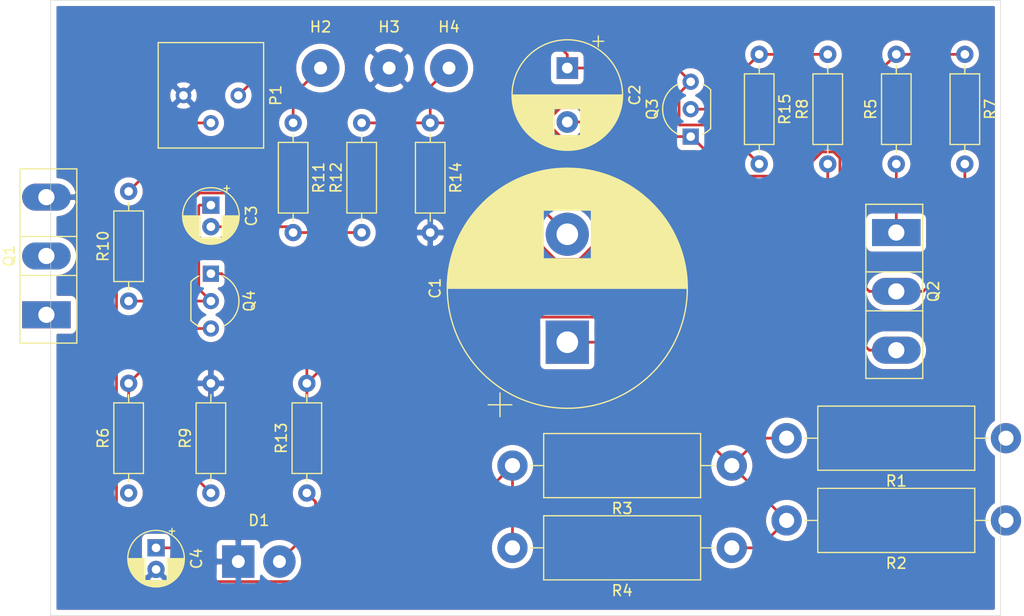
<source format=kicad_pcb>
(kicad_pcb (version 20171130) (host pcbnew 5.1.5+dfsg1-2build2)
  (layers (0 F.Cu signal) (31 B.Cu signal) (34 B.Paste user) (35 F.Paste user) (36 B.SilkS user) (37 F.SilkS user) (38 B.Mask user) (39 F.Mask user) (44 Edge.Cuts user))
  (net 0 "")
  (net 1 "Net-(C2-Pad1)")
  (net 2 "Net-(Q1-Pad1)")
  (net 3 "Net-(Q2-Pad3)")
  (net 4 "Net-(Q2-Pad1)")
  (net 5 "Net-(C2-Pad2)")
  (net 6 "Net-(Q3-Pad2)")
  (net 7 "Net-(P1-Pad2)")
  (net 8 "Net-(Q4-Pad3)")
  (net 9 "Net-(C3-Pad1)")
  (net 10 "Net-(D1-Pad2)")
  (net 11 "Net-(C4-Pad1)")
  (net 12 "Net-(H2-Pad1)")
  (net 13 "Net-(C1-Pad2)")
  (net 14 "Net-(C3-Pad2)")
  (net 15 "Net-(C1-Pad1)")
  (net 16 GND)
  (module Resistor_THT:R_Axial_DIN0614_L14.3mm_D5.7mm_P20.32mm_Horizontal (layer F.Cu) (at 167.1 121.73 180)
    (fp_text reference R4 (at 10.16 -3.97) (layer F.SilkS))
    (fp_text value ".68 3W")
    (pad 2 thru_hole oval (at 20.32 0 180) (size 2.8 2.8) (drill 1.4) (layers *.Cu *.Mask) (net 1 "Net-(C2-Pad1)"))
    (pad 1 thru_hole circle (at 0 0 180) (size 2.8 2.8) (drill 1.4) (layers *.Cu *.Mask) (net 15 "Net-(C1-Pad1)"))
  )
  (module Resistor_THT:R_Axial_DIN0614_L14.3mm_D5.7mm_P20.32mm_Horizontal (layer F.Cu) (at 167.1 114.11 180)
    (fp_text reference R3 (at 10.16 -3.97) (layer F.SilkS))
    (fp_text value ".68 3W")
    (pad 2 thru_hole oval (at 20.32 0 180) (size 2.8 2.8) (drill 1.4) (layers *.Cu *.Mask) (net 1 "Net-(C2-Pad1)"))
    (pad 1 thru_hole circle (at 0 0 180) (size 2.8 2.8) (drill 1.4) (layers *.Cu *.Mask) (net 15 "Net-(C1-Pad1)"))
  )
  (module Resistor_THT:R_Axial_DIN0614_L14.3mm_D5.7mm_P20.32mm_Horizontal (layer F.Cu) (at 192.5 119.19 180)
    (fp_text reference R2 (at 10.16 -3.97) (layer F.SilkS))
    (fp_text value ".47 3W")
    (pad 2 thru_hole oval (at 20.32 0 180) (size 2.8 2.8) (drill 1.4) (layers *.Cu *.Mask) (net 15 "Net-(C1-Pad1)"))
    (pad 1 thru_hole circle (at 0 0 180) (size 2.8 2.8) (drill 1.4) (layers *.Cu *.Mask) (net 3 "Net-(Q2-Pad3)"))
  )
  (module Resistor_THT:R_Axial_DIN0614_L14.3mm_D5.7mm_P20.32mm_Horizontal (layer F.Cu) (at 192.5 111.57 180)
    (fp_text reference R1 (at 10.16 -3.97) (layer F.SilkS))
    (fp_text value ".47 3W")
    (pad 2 thru_hole oval (at 20.32 0 180) (size 2.8 2.8) (drill 1.4) (layers *.Cu *.Mask) (net 15 "Net-(C1-Pad1)"))
    (pad 1 thru_hole circle (at 0 0 180) (size 2.8 2.8) (drill 1.4) (layers *.Cu *.Mask) (net 3 "Net-(Q2-Pad3)"))
  )
  (module Capacitor_THT:CP_Radial_D5.0mm_P2.00mm (layer F.Cu) (at 113.76 121.73 270)
    (fp_text reference C4 (at 1 -3.75 90) (layer F.SilkS))
    (fp_text value 10)
    (pad 2 thru_hole circle (at 2 0 270) (size 1.6 1.6) (drill 0.8) (layers *.Cu *.Mask) (net 16 GND))
    (pad 1 thru_hole rect (at 0 0 270) (size 1.6 1.6) (drill 0.8) (layers *.Cu *.Mask) (net 11 "Net-(C4-Pad1)"))
  )
  (module Capacitor_THT:CP_Radial_D5.0mm_P2.00mm (layer F.Cu) (at 118.84 89.98 270)
    (fp_text reference C3 (at 1 -3.75 90) (layer F.SilkS))
    (fp_text value 10)
    (pad 2 thru_hole circle (at 2 0 270) (size 1.6 1.6) (drill 0.8) (layers *.Cu *.Mask) (net 14 "Net-(C3-Pad2)"))
    (pad 1 thru_hole rect (at 0 0 270) (size 1.6 1.6) (drill 0.8) (layers *.Cu *.Mask) (net 9 "Net-(C3-Pad1)"))
  )
  (module Capacitor_THT:CP_Radial_D10.0mm_P5.00mm (layer F.Cu) (at 151.86 77.28 270)
    (fp_text reference C2 (at 2.5 -6.25 90) (layer F.SilkS))
    (fp_text value 1000)
    (pad 2 thru_hole circle (at 5 0 270) (size 2 2) (drill 1) (layers *.Cu *.Mask) (net 5 "Net-(C2-Pad2)"))
    (pad 1 thru_hole rect (at 0 0 270) (size 2 2) (drill 1) (layers *.Cu *.Mask) (net 1 "Net-(C2-Pad1)"))
  )
  (module Capacitor_THT:CP_Radial_D22.0mm_P10.00mm_SnapIn (layer F.Cu) (at 151.86 102.68 90)
    (fp_text reference C1 (at 5 -12.25 90) (layer F.SilkS))
    (fp_text value 3300)
    (pad 2 thru_hole circle (at 10 0 90) (size 4 4) (drill 2) (layers *.Cu *.Mask) (net 13 "Net-(C1-Pad2)"))
    (pad 1 thru_hole rect (at 0 0 90) (size 4 4) (drill 2) (layers *.Cu *.Mask) (net 15 "Net-(C1-Pad1)"))
  )
  (module Resistor_THT:R_Axial_DIN0207_L6.3mm_D2.5mm_P10.16mm_Horizontal (layer F.Cu) (at 169.64 76.01 270)
    (fp_text reference R15 (at 5.08 -2.37 90) (layer F.SilkS))
    (fp_text value 2.21K)
    (pad 2 thru_hole oval (at 10.16 0 270) (size 1.6 1.6) (drill 0.8) (layers *.Cu *.Mask) (net 1 "Net-(C2-Pad1)"))
    (pad 1 thru_hole circle (at 0 0 270) (size 1.6 1.6) (drill 0.8) (layers *.Cu *.Mask) (net 6 "Net-(Q3-Pad2)"))
  )
  (module Resistor_THT:R_Axial_DIN0207_L6.3mm_D2.5mm_P10.16mm_Horizontal (layer F.Cu) (at 139.16 82.36 270)
    (fp_text reference R14 (at 5.08 -2.37 90) (layer F.SilkS))
    (fp_text value 1000)
    (pad 2 thru_hole oval (at 10.16 0 270) (size 1.6 1.6) (drill 0.8) (layers *.Cu *.Mask) (net 16 GND))
    (pad 1 thru_hole circle (at 0 0 270) (size 1.6 1.6) (drill 0.8) (layers *.Cu *.Mask) (net 13 "Net-(C1-Pad2)"))
  )
  (module Resistor_THT:R_Axial_DIN0207_L6.3mm_D2.5mm_P10.16mm_Horizontal (layer F.Cu) (at 127.73 116.65 90)
    (fp_text reference R13 (at 5.08 -2.37 90) (layer F.SilkS))
    (fp_text value 10K)
    (pad 2 thru_hole oval (at 10.16 0 90) (size 1.6 1.6) (drill 0.8) (layers *.Cu *.Mask) (net 11 "Net-(C4-Pad1)"))
    (pad 1 thru_hole circle (at 0 0 90) (size 1.6 1.6) (drill 0.8) (layers *.Cu *.Mask) (net 10 "Net-(D1-Pad2)"))
  )
  (module Resistor_THT:R_Axial_DIN0207_L6.3mm_D2.5mm_P10.16mm_Horizontal (layer F.Cu) (at 132.81 92.52 90)
    (fp_text reference R12 (at 5.08 -2.37 90) (layer F.SilkS))
    (fp_text value 39.2K)
    (pad 2 thru_hole oval (at 10.16 0 90) (size 1.6 1.6) (drill 0.8) (layers *.Cu *.Mask) (net 13 "Net-(C1-Pad2)"))
    (pad 1 thru_hole circle (at 0 0 90) (size 1.6 1.6) (drill 0.8) (layers *.Cu *.Mask) (net 14 "Net-(C3-Pad2)"))
  )
  (module Resistor_THT:R_Axial_DIN0207_L6.3mm_D2.5mm_P10.16mm_Horizontal (layer F.Cu) (at 126.46 82.36 270)
    (fp_text reference R11 (at 5.08 -2.37 90) (layer F.SilkS))
    (fp_text value 10K)
    (pad 2 thru_hole oval (at 10.16 0 270) (size 1.6 1.6) (drill 0.8) (layers *.Cu *.Mask) (net 14 "Net-(C3-Pad2)"))
    (pad 1 thru_hole circle (at 0 0 270) (size 1.6 1.6) (drill 0.8) (layers *.Cu *.Mask) (net 12 "Net-(H2-Pad1)"))
  )
  (module Resistor_THT:R_Axial_DIN0207_L6.3mm_D2.5mm_P10.16mm_Horizontal (layer F.Cu) (at 111.22 98.87 90)
    (fp_text reference R10 (at 5.08 -2.37 90) (layer F.SilkS))
    (fp_text value 332K)
    (pad 2 thru_hole oval (at 10.16 0 90) (size 1.6 1.6) (drill 0.8) (layers *.Cu *.Mask) (net 7 "Net-(P1-Pad2)"))
    (pad 1 thru_hole circle (at 0 0 90) (size 1.6 1.6) (drill 0.8) (layers *.Cu *.Mask) (net 9 "Net-(C3-Pad1)"))
  )
  (module Resistor_THT:R_Axial_DIN0207_L6.3mm_D2.5mm_P10.16mm_Horizontal (layer F.Cu) (at 118.84 116.65 90)
    (fp_text reference R9 (at 5.08 -2.37 90) (layer F.SilkS))
    (fp_text value 1K)
    (pad 2 thru_hole oval (at 10.16 0 90) (size 1.6 1.6) (drill 0.8) (layers *.Cu *.Mask) (net 16 GND))
    (pad 1 thru_hole circle (at 0 0 90) (size 1.6 1.6) (drill 0.8) (layers *.Cu *.Mask) (net 8 "Net-(Q4-Pad3)"))
  )
  (module Resistor_THT:R_Axial_DIN0207_L6.3mm_D2.5mm_P10.16mm_Horizontal (layer F.Cu) (at 175.99 86.17 90)
    (fp_text reference R8 (at 5.08 -2.37 90) (layer F.SilkS))
    (fp_text value 1K)
    (pad 2 thru_hole oval (at 10.16 0 90) (size 1.6 1.6) (drill 0.8) (layers *.Cu *.Mask) (net 6 "Net-(Q3-Pad2)"))
    (pad 1 thru_hole circle (at 0 0 90) (size 1.6 1.6) (drill 0.8) (layers *.Cu *.Mask) (net 3 "Net-(Q2-Pad3)"))
  )
  (module Resistor_THT:R_Axial_DIN0207_L6.3mm_D2.5mm_P10.16mm_Horizontal (layer F.Cu) (at 188.69 76.01 270)
    (fp_text reference R7 (at 5.08 -2.37 90) (layer F.SilkS))
    (fp_text value 10K)
    (pad 2 thru_hole oval (at 10.16 0 270) (size 1.6 1.6) (drill 0.8) (layers *.Cu *.Mask) (net 11 "Net-(C4-Pad1)"))
    (pad 1 thru_hole circle (at 0 0 270) (size 1.6 1.6) (drill 0.8) (layers *.Cu *.Mask) (net 5 "Net-(C2-Pad2)"))
  )
  (module Resistor_THT:R_Axial_DIN0207_L6.3mm_D2.5mm_P10.16mm_Horizontal (layer F.Cu) (at 111.22 116.65 90)
    (fp_text reference R6 (at 5.08 -2.37 90) (layer F.SilkS))
    (fp_text value 100)
    (pad 2 thru_hole oval (at 10.16 0 90) (size 1.6 1.6) (drill 0.8) (layers *.Cu *.Mask) (net 8 "Net-(Q4-Pad3)"))
    (pad 1 thru_hole circle (at 0 0 90) (size 1.6 1.6) (drill 0.8) (layers *.Cu *.Mask) (net 2 "Net-(Q1-Pad1)"))
  )
  (module Resistor_THT:R_Axial_DIN0207_L6.3mm_D2.5mm_P10.16mm_Horizontal (layer F.Cu) (at 182.34 86.17 90)
    (fp_text reference R5 (at 5.08 -2.37 90) (layer F.SilkS))
    (fp_text value 100)
    (pad 2 thru_hole oval (at 10.16 0 90) (size 1.6 1.6) (drill 0.8) (layers *.Cu *.Mask) (net 5 "Net-(C2-Pad2)"))
    (pad 1 thru_hole circle (at 0 0 90) (size 1.6 1.6) (drill 0.8) (layers *.Cu *.Mask) (net 4 "Net-(Q2-Pad1)"))
  )
  (module Connector_Wire:SolderWirePad_1x01_Drill1.2mm (layer F.Cu) (at 140.9 77.28)
    (fp_text reference H4 (at 0 -3.81) (layer F.SilkS))
    (fp_text value -OUT)
    (pad 1 thru_hole circle (at 0 0) (size 3.50012 3.50012) (drill 1.19888) (layers *.Cu *.Mask) (net 13 "Net-(C1-Pad2)"))
  )
  (module Connector_Wire:SolderWirePad_1x01_Drill1.2mm (layer F.Cu) (at 135.35 77.28)
    (fp_text reference H3 (at 0 -3.81) (layer F.SilkS))
    (fp_text value +OUT)
    (pad 1 thru_hole circle (at 0 0) (size 3.50012 3.50012) (drill 1.19888) (layers *.Cu *.Mask) (net 16 GND))
  )
  (module Connector_Wire:SolderWirePad_1x01_Drill1.2mm (layer F.Cu) (at 129 77.28)
    (fp_text reference H2 (at 0 -3.81) (layer F.SilkS))
    (fp_text value LINE_IN)
    (pad 1 thru_hole circle (at 0 0) (size 3.50012 3.50012) (drill 1.19888) (layers *.Cu *.Mask) (net 12 "Net-(H2-Pad1)"))
  )
  (module Connector_Wire:SolderWirePad_1x02_P3.81mm_Drill1.2mm (layer F.Cu) (at 121.38 123)
    (fp_text reference D1 (at 1.905 -3.81) (layer F.SilkS))
    (fp_text value LED)
    (pad 2 thru_hole circle (at 3.81 0) (size 2.99974 2.99974) (drill 1.19888) (layers *.Cu *.Mask) (net 10 "Net-(D1-Pad2)"))
    (pad 1 thru_hole rect (at 0 0) (size 2.99974 2.99974) (drill 1.19888) (layers *.Cu *.Mask) (net 16 GND))
  )
  (module Package_TO_SOT_THT:TO-92_Inline_Wide (layer F.Cu) (at 118.84 96.33 270)
    (fp_text reference Q4 (at 2.54 -3.56 90) (layer F.SilkS))
    (fp_text value LSK170)
    (pad 1 thru_hole rect (at 0 0) (size 1.5 1.5) (drill 0.8) (layers *.Cu *.Mask) (net 11 "Net-(C4-Pad1)"))
    (pad 3 thru_hole circle (at 5.08 0) (size 1.5 1.5) (drill 0.8) (layers *.Cu *.Mask) (net 8 "Net-(Q4-Pad3)"))
    (pad 2 thru_hole circle (at 2.54 0) (size 1.5 1.5) (drill 0.8) (layers *.Cu *.Mask) (net 9 "Net-(C3-Pad1)"))
  )
  (module Package_TO_SOT_THT:TO-92_Inline_Wide (layer F.Cu) (at 163.29 83.63 90)
    (fp_text reference Q3 (at 2.54 -3.56 90) (layer F.SilkS))
    (fp_text value ZTX450)
    (pad 1 thru_hole rect (at 0 0 180) (size 1.5 1.5) (drill 0.8) (layers *.Cu *.Mask) (net 5 "Net-(C2-Pad2)"))
    (pad 3 thru_hole circle (at 5.08 0 180) (size 1.5 1.5) (drill 0.8) (layers *.Cu *.Mask) (net 1 "Net-(C2-Pad1)"))
    (pad 2 thru_hole circle (at 2.54 0 180) (size 1.5 1.5) (drill 0.8) (layers *.Cu *.Mask) (net 6 "Net-(Q3-Pad2)"))
  )
  (module Potentiometer_THT:Potentiometer_Bourns_3386P_Vertical (layer F.Cu) (at 116.3 79.82 270)
    (fp_text reference P1 (at -0.015 -8.555 90) (layer F.SilkS))
    (fp_text value 5K)
    (pad 1 thru_hole circle (at 0 0 270) (size 1.44 1.44) (drill 0.8) (layers *.Cu *.Mask) (net 16 GND))
    (pad 2 thru_hole circle (at 2.54 -2.54 270) (size 1.44 1.44) (drill 0.8) (layers *.Cu *.Mask) (net 7 "Net-(P1-Pad2)"))
    (pad 3 thru_hole circle (at 0 -5.08 270) (size 1.44 1.44) (drill 0.8) (layers *.Cu *.Mask) (net 1 "Net-(C2-Pad1)"))
  )
  (module Package_TO_SOT_THT:TO-247-3_Vertical (layer F.Cu) (at 182.34 92.52 270)
    (fp_text reference Q2 (at 5.45 -3.45 90) (layer F.SilkS))
    (fp_text value IRFP240)
    (pad 3 thru_hole oval (at 10.9 0 270) (size 2.5 4.5) (drill 1.5) (layers *.Cu *.Mask) (net 3 "Net-(Q2-Pad3)"))
    (pad 2 thru_hole oval (at 5.45 0 270) (size 2.5 4.5) (drill 1.5) (layers *.Cu *.Mask) (net 11 "Net-(C4-Pad1)"))
    (pad 1 thru_hole rect (at 0 0 270) (size 2.5 4.5) (drill 1.5) (layers *.Cu *.Mask) (net 4 "Net-(Q2-Pad1)"))
  )
  (module Package_TO_SOT_THT:TO-247-3_Vertical (layer F.Cu) (at 103.6 100.14 90)
    (fp_text reference Q1 (at 5.45 -3.45 90) (layer F.SilkS))
    (fp_text value IRFP240)
    (pad 3 thru_hole oval (at 10.9 0 90) (size 2.5 4.5) (drill 1.5) (layers *.Cu *.Mask) (net 16 GND))
    (pad 2 thru_hole oval (at 5.45 0 90) (size 2.5 4.5) (drill 1.5) (layers *.Cu *.Mask) (net 1 "Net-(C2-Pad1)"))
    (pad 1 thru_hole rect (at 0 0 90) (size 2.5 4.5) (drill 1.5) (layers *.Cu *.Mask) (net 2 "Net-(Q1-Pad1)"))
  )
  (gr_line (start 104 128) (end 104 71) (layer Edge.Cuts) (width 0.05))
  (gr_line (start 192 128) (end 104 128) (layer Edge.Cuts) (width 0.05))
  (gr_line (start 192 71) (end 192 128) (layer Edge.Cuts) (width 0.05))
  (gr_line (start 104 71) (end 192 71) (layer Edge.Cuts) (width 0.05))
  (segment (start 146.78 121.73) (end 146.78 114.11) (width 0.25) (layer F.Cu) (net 1))
  (segment (start 151.86 76.03) (end 148.83 73) (width 0.25) (layer F.Cu) (net 1))
  (segment (start 151.86 77.28) (end 151.86 76.03) (width 0.25) (layer F.Cu) (net 1))
  (segment (start 128.2 73) (end 121.38 79.82) (width 0.25) (layer F.Cu) (net 1))
  (segment (start 148.83 73) (end 128.2 73) (width 0.25) (layer F.Cu) (net 1))
  (segment (start 162.02 77.28) (end 163.29 78.55) (width 0.25) (layer F.Cu) (net 1))
  (segment (start 151.86 77.28) (end 162.02 77.28) (width 0.25) (layer F.Cu) (net 1))
  (segment (start 168.840001 85.370001) (end 169.64 86.17) (width 0.25) (layer F.Cu) (net 1))
  (segment (start 166.024999 82.554999) (end 168.840001 85.370001) (width 0.25) (layer F.Cu) (net 1))
  (segment (start 162.279999 82.554999) (end 166.024999 82.554999) (width 0.25) (layer F.Cu) (net 1))
  (segment (start 162.214999 82.489999) (end 162.279999 82.554999) (width 0.25) (layer F.Cu) (net 1))
  (segment (start 162.214999 79.625001) (end 162.214999 82.489999) (width 0.25) (layer F.Cu) (net 1))
  (segment (start 163.29 78.55) (end 162.214999 79.625001) (width 0.25) (layer F.Cu) (net 1))
  (segment (start 150.534999 81.643999) (end 151.223999 80.954999) (width 0.25) (layer F.Cu) (net 1))
  (segment (start 150.534999 82.916001) (end 150.534999 81.643999) (width 0.25) (layer F.Cu) (net 1))
  (segment (start 156.6 88.981002) (end 150.534999 82.916001) (width 0.25) (layer F.Cu) (net 1))
  (segment (start 151.223999 80.954999) (end 160.679999 80.954999) (width 0.25) (layer F.Cu) (net 1))
  (segment (start 156.6 91.381002) (end 156.6 88.981002) (width 0.25) (layer F.Cu) (net 1))
  (segment (start 152.976001 95.005001) (end 156.6 91.381002) (width 0.25) (layer F.Cu) (net 1))
  (segment (start 150.743999 95.005001) (end 152.976001 95.005001) (width 0.25) (layer F.Cu) (net 1))
  (segment (start 160.679999 80.954999) (end 162.279999 82.554999) (width 0.25) (layer F.Cu) (net 1))
  (segment (start 144.593997 88.854999) (end 150.743999 95.005001) (width 0.25) (layer F.Cu) (net 1))
  (segment (start 117.779999 88.854999) (end 144.593997 88.854999) (width 0.25) (layer F.Cu) (net 1))
  (segment (start 110.094999 96.539999) (end 117.779999 88.854999) (width 0.25) (layer F.Cu) (net 1))
  (segment (start 110.094999 121.730001) (end 110.094999 96.539999) (width 0.25) (layer F.Cu) (net 1))
  (segment (start 113.219999 124.855001) (end 110.094999 121.730001) (width 0.25) (layer F.Cu) (net 1))
  (segment (start 136.034999 124.855001) (end 113.219999 124.855001) (width 0.25) (layer F.Cu) (net 1))
  (segment (start 146.78 114.11) (end 136.034999 124.855001) (width 0.25) (layer F.Cu) (net 1))
  (segment (start 179.84 103.42) (end 182.34 103.42) (width 0.25) (layer F.Cu) (net 3))
  (segment (start 175.99 99.57) (end 179.84 103.42) (width 0.25) (layer F.Cu) (net 3))
  (segment (start 175.99 86.17) (end 175.99 99.57) (width 0.25) (layer F.Cu) (net 3))
  (segment (start 182.34 86.17) (end 182.34 92.52) (width 0.25) (layer F.Cu) (net 4))
  (segment (start 151.86 82.28) (end 157.28 82.28) (width 0.25) (layer F.Cu) (net 5))
  (segment (start 158.63 83.63) (end 163.29 83.63) (width 0.25) (layer F.Cu) (net 5))
  (segment (start 157.28 82.28) (end 158.63 83.63) (width 0.25) (layer F.Cu) (net 5))
  (segment (start 188.69 76.01) (end 182.34 76.01) (width 0.25) (layer F.Cu) (net 5))
  (segment (start 181.540001 76.809999) (end 182.34 76.01) (width 0.25) (layer F.Cu) (net 5))
  (segment (start 171.054999 87.295001) (end 181.540001 76.809999) (width 0.25) (layer F.Cu) (net 5))
  (segment (start 167.035001 87.295001) (end 171.054999 87.295001) (width 0.25) (layer F.Cu) (net 5))
  (segment (start 163.37 83.63) (end 167.035001 87.295001) (width 0.25) (layer F.Cu) (net 5))
  (segment (start 163.29 83.63) (end 163.37 83.63) (width 0.25) (layer F.Cu) (net 5))
  (segment (start 175.99 76.01) (end 169.64 76.01) (width 0.25) (layer F.Cu) (net 6))
  (segment (start 164.56 81.09) (end 163.29 81.09) (width 0.25) (layer F.Cu) (net 6))
  (segment (start 169.64 76.01) (end 164.56 81.09) (width 0.25) (layer F.Cu) (net 6))
  (segment (start 117.57 82.36) (end 118.84 82.36) (width 0.25) (layer F.Cu) (net 7))
  (segment (start 111.22 88.71) (end 117.57 82.36) (width 0.25) (layer F.Cu) (net 7))
  (segment (start 116.3 101.41) (end 111.22 106.49) (width 0.25) (layer F.Cu) (net 8))
  (segment (start 118.84 101.41) (end 116.3 101.41) (width 0.25) (layer F.Cu) (net 8))
  (segment (start 111.22 109.03) (end 118.84 116.65) (width 0.25) (layer F.Cu) (net 8))
  (segment (start 111.22 106.49) (end 111.22 109.03) (width 0.25) (layer F.Cu) (net 8))
  (segment (start 111.22 98.87) (end 118.84 98.87) (width 0.25) (layer F.Cu) (net 9))
  (segment (start 117.79 89.98) (end 118.84 89.98) (width 0.25) (layer F.Cu) (net 9))
  (segment (start 117.714999 90.055001) (end 117.79 89.98) (width 0.25) (layer F.Cu) (net 9))
  (segment (start 117.714999 97.744999) (end 117.714999 90.055001) (width 0.25) (layer F.Cu) (net 9))
  (segment (start 118.84 98.87) (end 117.714999 97.744999) (width 0.25) (layer F.Cu) (net 9))
  (segment (start 126.689869 121.500131) (end 125.19 123) (width 0.25) (layer F.Cu) (net 10))
  (segment (start 128.529999 119.660001) (end 126.689869 121.500131) (width 0.25) (layer F.Cu) (net 10))
  (segment (start 128.529999 117.449999) (end 128.529999 119.660001) (width 0.25) (layer F.Cu) (net 10))
  (segment (start 127.73 116.65) (end 128.529999 117.449999) (width 0.25) (layer F.Cu) (net 10))
  (segment (start 127.73 113.27) (end 127.73 106.49) (width 0.25) (layer F.Cu) (net 11))
  (segment (start 121 120) (end 127.73 113.27) (width 0.25) (layer F.Cu) (net 11))
  (segment (start 115.425002 121.73) (end 117.155002 120) (width 0.25) (layer F.Cu) (net 11))
  (segment (start 117.155002 120) (end 121 120) (width 0.25) (layer F.Cu) (net 11))
  (segment (start 113.76 121.73) (end 115.425002 121.73) (width 0.25) (layer F.Cu) (net 11))
  (segment (start 119.84 96.33) (end 118.84 96.33) (width 0.25) (layer F.Cu) (net 11))
  (segment (start 127.73 104.22) (end 119.84 96.33) (width 0.25) (layer F.Cu) (net 11))
  (segment (start 127.73 106.49) (end 127.73 104.22) (width 0.25) (layer F.Cu) (net 11))
  (segment (start 184.84 97.97) (end 182.34 97.97) (width 0.25) (layer F.Cu) (net 11))
  (segment (start 188.69 94.12) (end 184.84 97.97) (width 0.25) (layer F.Cu) (net 11))
  (segment (start 188.69 86.17) (end 188.69 94.12) (width 0.25) (layer F.Cu) (net 11))
  (segment (start 133.865001 100.354999) (end 128.529999 105.690001) (width 0.25) (layer F.Cu) (net 11))
  (segment (start 160.139999 100.354999) (end 133.865001 100.354999) (width 0.25) (layer F.Cu) (net 11))
  (segment (start 175.449999 85.044999) (end 160.139999 100.354999) (width 0.25) (layer F.Cu) (net 11))
  (segment (start 176.530001 85.044999) (end 175.449999 85.044999) (width 0.25) (layer F.Cu) (net 11))
  (segment (start 128.529999 105.690001) (end 127.73 106.49) (width 0.25) (layer F.Cu) (net 11))
  (segment (start 177.115001 85.629999) (end 176.530001 85.044999) (width 0.25) (layer F.Cu) (net 11))
  (segment (start 177.115001 95.245001) (end 177.115001 85.629999) (width 0.25) (layer F.Cu) (net 11))
  (segment (start 179.84 97.97) (end 177.115001 95.245001) (width 0.25) (layer F.Cu) (net 11))
  (segment (start 182.34 97.97) (end 179.84 97.97) (width 0.25) (layer F.Cu) (net 11))
  (segment (start 126.46 79.82) (end 129 77.28) (width 0.25) (layer F.Cu) (net 12))
  (segment (start 126.46 82.36) (end 126.46 79.82) (width 0.25) (layer F.Cu) (net 12))
  (segment (start 133.94137 82.36) (end 139.16 82.36) (width 0.25) (layer F.Cu) (net 13))
  (segment (start 132.81 82.36) (end 133.94137 82.36) (width 0.25) (layer F.Cu) (net 13))
  (segment (start 139.16 79.02) (end 140.9 77.28) (width 0.25) (layer F.Cu) (net 13))
  (segment (start 139.16 82.36) (end 139.16 79.02) (width 0.25) (layer F.Cu) (net 13))
  (segment (start 141.54 82.36) (end 139.16 82.36) (width 0.25) (layer F.Cu) (net 13))
  (segment (start 151.86 92.68) (end 141.54 82.36) (width 0.25) (layer F.Cu) (net 13))
  (segment (start 125.92 91.98) (end 126.46 92.52) (width 0.25) (layer F.Cu) (net 14))
  (segment (start 118.84 91.98) (end 125.92 91.98) (width 0.25) (layer F.Cu) (net 14))
  (segment (start 132.81 92.52) (end 126.46 92.52) (width 0.25) (layer F.Cu) (net 14))
  (segment (start 155.67 102.68) (end 167.1 114.11) (width 0.25) (layer F.Cu) (net 15))
  (segment (start 151.86 102.68) (end 155.67 102.68) (width 0.25) (layer F.Cu) (net 15))
  (segment (start 169.64 111.57) (end 172.18 111.57) (width 0.25) (layer F.Cu) (net 15))
  (segment (start 167.1 114.11) (end 169.64 111.57) (width 0.25) (layer F.Cu) (net 15))
  (segment (start 167.1 114.11) (end 172.18 119.19) (width 0.25) (layer F.Cu) (net 15))
  (segment (start 169.64 121.73) (end 167.1 121.73) (width 0.25) (layer F.Cu) (net 15))
  (segment (start 172.18 119.19) (end 169.64 121.73) (width 0.25) (layer F.Cu) (net 15))
  (zone (net 16) (net_name GND) (layer B.Cu) (connect_pads (clearance 0.508)) (min_thickness 0.254) (fill yes (arc_segments 32) (thermal_gap 0.508) (thermal_bridge_width 0.508))
    (polygon (pts (xy 192 128) (xy 104 128) (xy 104 71) (xy 192 71)))
  )
  (zone (net 16) (net_name GND) (layer F.Cu) (connect_pads (clearance 0.508)) (min_thickness 0.254) (fill yes (arc_segments 32) (thermal_gap 0.508) (thermal_bridge_width 0.508))
    (polygon (pts (xy 192 128) (xy 104 128) (xy 104 71) (xy 192 71)))
  )
)
</source>
